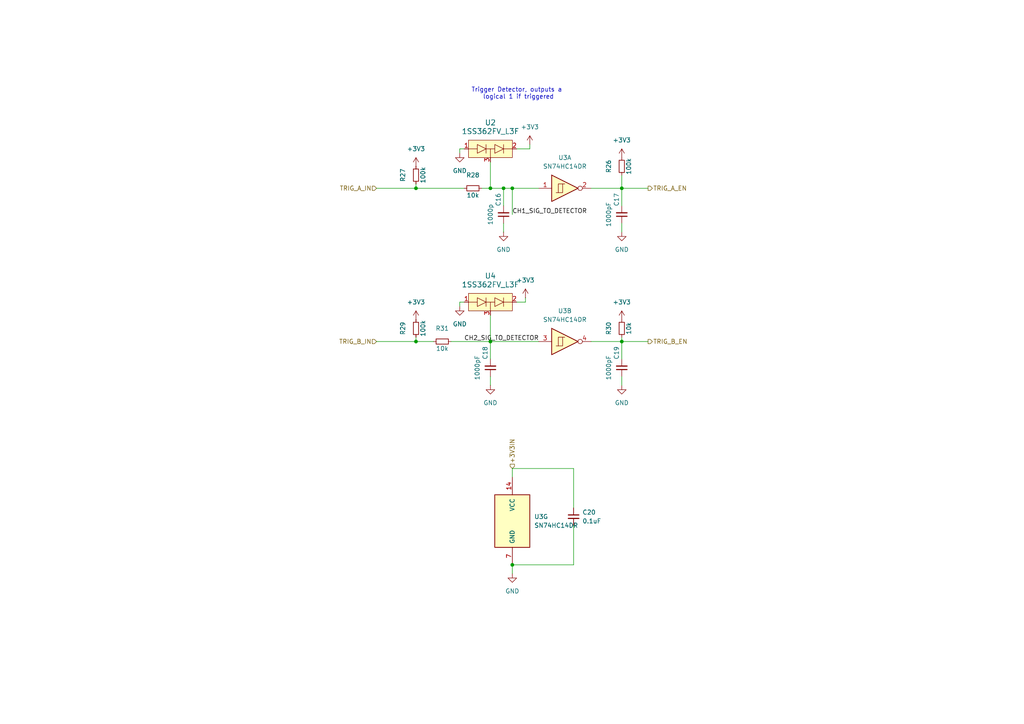
<source format=kicad_sch>
(kicad_sch (version 20250114) (generator "eeschema") (generator_version "9.0")
  (paper "A4")
  (lib_symbols
    (symbol "74xx:74HC14" (pin_names (offset 1.016))
      (property "Reference" "U" (at 0 1.27 0))
      (property "Value" "74HC14" (at 0 -1.27 0))
      (symbol "74HC14_1_0"
        (polyline (pts (xy -3.81 3.81) (xy -3.81 -3.81) (xy 3.81 0) (xy -3.81 3.81)) (stroke (width 0.254)) (fill (type background)))
        (pin input line (at -7.62 0 0) (length 3.81) (name "~") (number "1"))
        (pin output inverted (at 7.62 0 180) (length 3.81) (name "~") (number "2"))
      )
      (symbol "74HC14_1_1"
        (polyline (pts (xy -2.54 -1.27) (xy -0.635 -1.27) (xy -0.635 1.27) (xy 0 1.27)))
        (polyline (pts (xy -1.905 -1.27) (xy -1.905 1.27) (xy -0.635 1.27)))
      )
      (symbol "74HC14_2_0"
        (polyline (pts (xy -3.81 3.81) (xy -3.81 -3.81) (xy 3.81 0) (xy -3.81 3.81)) (stroke (width 0.254)) (fill (type background)))
        (pin input line (at -7.62 0 0) (length 3.81) (name "~") (number "3"))
        (pin output inverted (at 7.62 0 180) (length 3.81) (name "~") (number "4"))
      )
      (symbol "74HC14_2_1"
        (polyline (pts (xy -2.54 -1.27) (xy -0.635 -1.27) (xy -0.635 1.27) (xy 0 1.27)))
        (polyline (pts (xy -1.905 -1.27) (xy -1.905 1.27) (xy -0.635 1.27)))
      )
      (symbol "74HC14_3_0"
        (polyline (pts (xy -3.81 3.81) (xy -3.81 -3.81) (xy 3.81 0) (xy -3.81 3.81)) (stroke (width 0.254)) (fill (type background)))
        (pin input line (at -7.62 0 0) (length 3.81) (name "~") (number "5"))
        (pin output inverted (at 7.62 0 180) (length 3.81) (name "~") (number "6"))
      )
      (symbol "74HC14_3_1"
        (polyline (pts (xy -2.54 -1.27) (xy -0.635 -1.27) (xy -0.635 1.27) (xy 0 1.27)))
        (polyline (pts (xy -1.905 -1.27) (xy -1.905 1.27) (xy -0.635 1.27)))
      )
      (symbol "74HC14_4_0"
        (polyline (pts (xy -3.81 3.81) (xy -3.81 -3.81) (xy 3.81 0) (xy -3.81 3.81)) (stroke (width 0.254)) (fill (type background)))
        (pin input line (at -7.62 0 0) (length 3.81) (name "~") (number "9"))
        (pin output inverted (at 7.62 0 180) (length 3.81) (name "~") (number "8"))
      )
      (symbol "74HC14_4_1"
        (polyline (pts (xy -2.54 -1.27) (xy -0.635 -1.27) (xy -0.635 1.27) (xy 0 1.27)))
        (polyline (pts (xy -1.905 -1.27) (xy -1.905 1.27) (xy -0.635 1.27)))
      )
      (symbol "74HC14_5_0"
        (polyline (pts (xy -3.81 3.81) (xy -3.81 -3.81) (xy 3.81 0) (xy -3.81 3.81)) (stroke (width 0.254)) (fill (type background)))
        (pin input line (at -7.62 0 0) (length 3.81) (name "~") (number "11"))
        (pin output inverted (at 7.62 0 180) (length 3.81) (name "~") (number "10"))
      )
      (symbol "74HC14_5_1"
        (polyline (pts (xy -2.54 -1.27) (xy -0.635 -1.27) (xy -0.635 1.27) (xy 0 1.27)))
        (polyline (pts (xy -1.905 -1.27) (xy -1.905 1.27) (xy -0.635 1.27)))
      )
      (symbol "74HC14_6_0"
        (polyline (pts (xy -3.81 3.81) (xy -3.81 -3.81) (xy 3.81 0) (xy -3.81 3.81)) (stroke (width 0.254)) (fill (type background)))
        (pin input line (at -7.62 0 0) (length 3.81) (name "~") (number "13"))
        (pin output inverted (at 7.62 0 180) (length 3.81) (name "~") (number "12"))
      )
      (symbol "74HC14_6_1"
        (polyline (pts (xy -2.54 -1.27) (xy -0.635 -1.27) (xy -0.635 1.27) (xy 0 1.27)))
        (polyline (pts (xy -1.905 -1.27) (xy -1.905 1.27) (xy -0.635 1.27)))
      )
      (symbol "74HC14_7_0"
        (pin power_in line (at 0 12.7 270) (length 5.08) (name "VCC") (number "14"))
        (pin power_in line (at 0 -12.7 90) (length 5.08) (name "GND") (number "7"))
      )
      (symbol "74HC14_7_1"
        (rectangle (start -5.08 7.62) (end 5.08 -7.62) (stroke (width 0.254)) (fill (type background)))
      )
    )
    (symbol "DIODE_SET_1SS362FV:1SS362FV_L3F" (pin_names (offset 0.254))
      (property "Reference" "U" (at 2.032 4.064 0))
      (property "Value" "1SS362FV_L3F" (at 0 0 0))
      (symbol "1SS362FV_L3F_1_1"
        (rectangle (start -6.35 2.54) (end 6.35 -2.54) (fill (type background)))
        (polyline (pts (xy -3.81 0) (xy -6.35 0)))
        (polyline (pts (xy -1.27 1.27) (xy -1.27 -1.27)))
        (polyline (pts (xy -1.27 0) (xy 1.27 0)))
        (polyline (pts (xy -1.27 0) (xy -3.81 1.27) (xy -3.81 -1.27) (xy -1.27 0)))
        (polyline (pts (xy 0 0) (xy 0 2.54)))
        (polyline (pts (xy 3.81 1.27) (xy 3.81 -1.27)))
        (polyline (pts (xy 3.81 0) (xy 6.35 0)))
        (polyline (pts (xy 3.81 0) (xy 1.27 1.27) (xy 1.27 -1.27) (xy 3.81 0)))
        (pin input line (at -7.62 0 0) (length 1.27) (name "") (number "1"))
        (pin bidirectional line (at 0 3.81 270) (length 1.27) (name "") (number "3"))
        (pin output line (at 7.62 0 180) (length 1.27) (name "") (number "2"))
      )
    )
    (symbol "Device:C_Small" (pin_numbers (hide yes)) (pin_names (offset 0.254) (hide yes))
      (property "Reference" "C" (at 0.254 1.778 0))
      (property "Value" "C_Small" (at 0.254 -2.032 0))
      (symbol "C_Small_0_1"
        (polyline (pts (xy -1.524 0.508) (xy 1.524 0.508)) (stroke (width 0.3048)))
        (polyline (pts (xy -1.524 -0.508) (xy 1.524 -0.508)) (stroke (width 0.3302)))
      )
      (symbol "C_Small_1_1"
        (pin passive line (at 0 2.54 270) (length 2.032) (name "~") (number "1"))
        (pin passive line (at 0 -2.54 90) (length 2.032) (name "~") (number "2"))
      )
    )
    (symbol "Device:R_Small" (pin_numbers (hide yes)) (pin_names (offset 0.254) (hide yes))
      (property "Reference" "R" (at 0.762 0.508 0))
      (property "Value" "R_Small" (at 0.762 -1.016 0))
      (symbol "R_Small_0_1"
        (rectangle (start -0.762 1.778) (end 0.762 -1.778) (stroke (width 0.2032)))
      )
      (symbol "R_Small_1_1"
        (pin passive line (at 0 2.54 270) (length 0.762) (name "~") (number "1"))
        (pin passive line (at 0 -2.54 90) (length 0.762) (name "~") (number "2"))
      )
    )
    (symbol "power:+3V3" (power) (pin_numbers (hide yes)) (pin_names (offset 0) (hide yes))
      (property "Value" "+3V3" (at 0 3.556 0))
      (symbol "+3V3_0_1"
        (polyline (pts (xy -0.762 1.27) (xy 0 2.54)))
        (polyline (pts (xy 0 2.54) (xy 0.762 1.27)))
        (polyline (pts (xy 0 0) (xy 0 2.54)))
      )
      (symbol "+3V3_1_1"
        (pin power_in line (at 0 0 90) (length 0) (name "~") (number "1"))
      )
    )
    (symbol "power:GND" (power) (pin_numbers (hide yes)) (pin_names (offset 0) (hide yes))
      (property "Value" "GND" (at 0 -3.81 0))
      (symbol "GND_0_1"
        (polyline (pts (xy 0 0) (xy 0 -1.27) (xy 1.27 -1.27) (xy 0 -2.54) (xy -1.27 -1.27) (xy 0 -1.27)))
      )
      (symbol "GND_1_1"
        (pin power_in line (at 0 0 270) (length 0) (name "~") (number "1"))
      )
    )
  )
  (text "Trigger Detector, outputs a \nlogical 1 if triggered" (at 150.368 27.178 0) (effects (font (size 1.27 1.27))))
  (junction (at 142.24 99.06))
  (junction (at 148.59 163.83))
  (junction (at 148.59 54.61))
  (junction (at 142.24 54.61))
  (junction (at 120.65 54.61))
  (junction (at 146.05 54.61))
  (junction (at 180.34 99.06))
  (junction (at 180.34 54.61))
  (junction (at 120.65 99.06))
  (wire (pts (xy 166.37 163.83) (xy 166.37 152.4)))
  (wire (pts (xy 149.86 87.63) (xy 152.4 87.63)))
  (wire (pts (xy 146.05 54.61) (xy 142.24 54.61)))
  (wire (pts (xy 148.59 135.89) (xy 166.37 135.89)))
  (wire (pts (xy 148.59 135.89) (xy 148.59 138.43)))
  (wire (pts (xy 120.65 99.06) (xy 125.73 99.06)))
  (wire (pts (xy 180.34 99.06) (xy 180.34 104.14)))
  (wire (pts (xy 120.65 53.34) (xy 120.65 54.61)))
  (wire (pts (xy 180.34 111.76) (xy 180.34 109.22)))
  (wire (pts (xy 120.65 97.79) (xy 120.65 99.06)))
  (wire (pts (xy 142.24 46.99) (xy 142.24 54.61)))
  (wire (pts (xy 180.34 50.8) (xy 180.34 54.61)))
  (wire (pts (xy 146.05 54.61) (xy 148.59 54.61)))
  (wire (pts (xy 166.37 135.89) (xy 166.37 147.32)))
  (wire (pts (xy 180.34 67.31) (xy 180.34 64.77)))
  (wire (pts (xy 120.65 54.61) (xy 134.62 54.61)))
  (wire (pts (xy 171.45 54.61) (xy 180.34 54.61)))
  (wire (pts (xy 109.22 99.06) (xy 120.65 99.06)))
  (wire (pts (xy 142.24 109.22) (xy 142.24 111.76)))
  (wire (pts (xy 148.59 54.61) (xy 156.21 54.61)))
  (wire (pts (xy 152.4 87.63) (xy 152.4 86.36)))
  (wire (pts (xy 153.67 43.18) (xy 153.67 41.91)))
  (wire (pts (xy 148.59 163.83) (xy 166.37 163.83)))
  (wire (pts (xy 180.34 54.61) (xy 180.34 59.69)))
  (wire (pts (xy 133.35 43.18) (xy 133.35 44.45)))
  (wire (pts (xy 148.59 62.23) (xy 148.59 54.61)))
  (wire (pts (xy 139.7 54.61) (xy 142.24 54.61)))
  (wire (pts (xy 142.24 99.06) (xy 156.21 99.06)))
  (wire (pts (xy 146.05 54.61) (xy 146.05 59.69)))
  (wire (pts (xy 149.86 43.18) (xy 153.67 43.18)))
  (wire (pts (xy 180.34 54.61) (xy 187.96 54.61)))
  (wire (pts (xy 142.24 99.06) (xy 142.24 104.14)))
  (wire (pts (xy 130.81 99.06) (xy 142.24 99.06)))
  (wire (pts (xy 180.34 99.06) (xy 187.96 99.06)))
  (wire (pts (xy 180.34 97.79) (xy 180.34 99.06)))
  (wire (pts (xy 133.35 87.63) (xy 133.35 88.9)))
  (wire (pts (xy 148.59 166.37) (xy 148.59 163.83)))
  (wire (pts (xy 171.45 99.06) (xy 180.34 99.06)))
  (wire (pts (xy 134.62 43.18) (xy 133.35 43.18)))
  (wire (pts (xy 142.24 91.44) (xy 142.24 99.06)))
  (wire (pts (xy 109.22 54.61) (xy 120.65 54.61)))
  (wire (pts (xy 134.62 87.63) (xy 133.35 87.63)))
  (wire (pts (xy 146.05 64.77) (xy 146.05 67.31)))
  (label "CH1_SIG_TO_DETECTOR" (at 148.59 62.23 0))
  (label "CH2_SIG_TO_DETECTOR" (at 134.62 99.06 0))
  (hierarchical_label "TRIG_A_IN" (shape input) (at 109.22 54.61 180))
  (hierarchical_label "+3V3IN" (shape input) (at 148.59 135.89 90))
  (hierarchical_label "TRIG_A_EN" (shape output) (at 187.96 54.61 0))
  (hierarchical_label "TRIG_B_IN" (shape input) (at 109.22 99.06 180))
  (hierarchical_label "TRIG_B_EN" (shape output) (at 187.96 99.06 0))
  (symbol (lib_id "power:GND") (at 148.59 166.37 0) (unit 1) (exclude_from_sim yes)
    (property "Reference" "#PWR047" (effects (hide yes)))
    (property "Value" "GND" (at 148.59 171.45 0))
    (property "Description" "Power symbol creates a global label with name \"GND\" , ground" (effects (hide yes)))
  )
  (symbol (lib_id "power:GND") (at 133.35 44.45 0) (unit 1) (exclude_from_sim yes)
    (property "Reference" "#PWR036" (effects (hide yes)))
    (property "Value" "GND" (at 133.35 49.53 0))
    (property "Description" "Power symbol creates a global label with name \"GND\" , ground" (effects (hide yes)))
  )
  (symbol (lib_id "Device:C_Small") (at 166.37 149.86 0) (unit 1) (exclude_from_sim yes)
    (property "Reference" "C20" (at 168.91 148.5962 0) (effects (justify left)))
    (property "Value" "0.1uF" (at 168.91 151.1362 0) (effects (justify left)))
    (property "Footprint" "Capacitor_SMD:C_0402_1005Metric" (effects (hide yes)))
    (property "Description" "Unpolarized capacitor, small symbol" (effects (hide yes)))
    (property "Board" "Trigger Board" (effects (hide yes)))
  )
  (symbol (lib_id "power:GND") (at 146.05 67.31 0) (unit 1) (exclude_from_sim yes)
    (property "Reference" "#PWR039" (effects (hide yes)))
    (property "Value" "GND" (at 146.05 72.39 0))
    (property "Description" "Power symbol creates a global label with name \"GND\" , ground" (effects (hide yes)))
  )
  (symbol (lib_id "Device:C_Small") (at 180.34 62.23 180) (unit 1) (exclude_from_sim yes)
    (property "Reference" "C17" (at 178.816 57.912 90))
    (property "Value" "1000pF" (at 176.53 62.2237 90))
    (property "Footprint" "Capacitor_SMD:C_0402_1005Metric" (effects (hide yes)))
    (property "Description" "Unpolarized capacitor, small symbol" (effects (hide yes)))
    (property "Board" "Trigger Board" (effects (hide yes)))
  )
  (symbol (lib_id "power:GND") (at 142.24 111.76 0) (unit 1) (exclude_from_sim yes)
    (property "Reference" "#PWR045" (effects (hide yes)))
    (property "Value" "GND" (at 142.24 116.84 0))
    (property "Description" "Power symbol creates a global label with name \"GND\" , ground" (effects (hide yes)))
  )
  (symbol (lib_id "Device:R_Small") (at 137.16 54.61 90) (unit 1) (exclude_from_sim yes)
    (property "Reference" "R28" (at 137.16 50.8 90))
    (property "Value" "10k" (at 137.16 56.642 90))
    (property "Footprint" "Resistor_SMD:R_0402_1005Metric" (effects (hide yes)))
    (property "Description" "Resistor, small symbol" (effects (hide yes)))
    (property "Sim.Device" "R" (effects (hide yes)))
    (property "Sim.Pins" "1=+ 2=-" (effects (hide yes)))
    (property "Board" "Trigger Board" (effects (hide yes)))
  )
  (symbol (lib_id "Device:R_Small") (at 180.34 95.25 180) (unit 1) (exclude_from_sim yes)
    (property "Reference" "R30" (at 176.53 95.25 90))
    (property "Value" "10k" (at 182.372 95.25 90))
    (property "Footprint" "Resistor_SMD:R_0402_1005Metric" (effects (hide yes)))
    (property "Description" "Resistor, small symbol" (effects (hide yes)))
    (property "Sim.Device" "R" (effects (hide yes)))
    (property "Sim.Pins" "1=+ 2=-" (effects (hide yes)))
    (property "Board" "Trigger Board" (effects (hide yes)))
  )
  (symbol (lib_id "power:+3V3") (at 120.65 92.71 0) (unit 1) (exclude_from_sim yes)
    (property "Reference" "#PWR043" (effects (hide yes)))
    (property "Value" "+3V3" (at 120.65 87.63 0))
    (property "Description" "Power symbol creates a global label with name \"+3V3\"" (effects (hide yes)))
  )
  (symbol (lib_id "74xx:74HC14") (at 163.83 99.06 0) (unit 2) (exclude_from_sim yes)
    (property "Reference" "U3" (at 163.83 90.17 0))
    (property "Value" "SN74HC14DR" (at 163.83 92.71 0))
    (property "Footprint" "mod:HEX_SCHMITT_SN74HC14DR" (effects (hide yes)))
    (property "Datasheet" "http://www.ti.com/lit/gpn/sn74HC14" (effects (hide yes)))
    (property "Description" "Hex inverter schmitt trigger" (effects (hide yes)))
    (property "Sim.Library" "SPICE_Models\\HEX_SN74HC14.cir" (effects (hide yes)))
    (property "Sim.Name" "HEX_SN74HC14" (effects (hide yes)))
    (property "Sim.Device" "SUBCKT" (effects (hide yes)))
    (property "Sim.Pins" "1=1A 2=1Y 3=2A 4=2Y 5=3A 6=3Y 7=GND 8=4Y 9=4A 10=5Y 11=5A 12=6Y 13=6A 14=VCC" (effects (hide yes)))
    (property "Board" "Trigger Board" (effects (hide yes)))
    (property "MANUFACTURER" "Texas Instruments" (effects (hide yes)))
  )
  (symbol (lib_id "DIODE_SET_1SS362FV:1SS362FV_L3F") (at 142.24 43.18 0) (mirror x) (unit 1) (exclude_from_sim yes)
    (property "Reference" "U2" (at 142.24 35.56 0) (effects (font (size 1.524 1.524))))
    (property "Value" "1SS362FV_L3F" (at 142.24 38.1 0) (effects (font (size 1.524 1.524))))
    (property "Footprint" "mod:DIODE_1SS362FV" (effects (hide yes)))
    (property "Datasheet" "1SS362FV_L3F" (effects (hide yes)))
    (property "Sim.Library" "SPICE_Models\\1SS362FV.lib" (effects (hide yes)))
    (property "Sim.Name" "1SS362FV" (effects (hide yes)))
    (property "Sim.Device" "SUBCKT" (effects (hide yes)))
    (property "Sim.Pins" "1=1 2=2 3=3" (effects (hide yes)))
    (property "Board" "Trigger Board" (effects (hide yes)))
    (property "MANUFACTURER" "Toshiba Semiconductor" (effects (hide yes)))
  )
  (symbol (lib_id "power:+3V3") (at 180.34 45.72 0) (unit 1) (exclude_from_sim yes)
    (property "Reference" "#PWR037" (effects (hide yes)))
    (property "Value" "+3V3" (at 180.34 40.64 0))
    (property "Description" "Power symbol creates a global label with name \"+3V3\"" (effects (hide yes)))
  )
  (symbol (lib_id "DIODE_SET_1SS362FV:1SS362FV_L3F") (at 142.24 87.63 0) (mirror x) (unit 1) (exclude_from_sim yes)
    (property "Reference" "U4" (at 142.24 80.01 0) (effects (font (size 1.524 1.524))))
    (property "Value" "1SS362FV_L3F" (at 142.24 82.55 0) (effects (font (size 1.524 1.524))))
    (property "Footprint" "mod:DIODE_1SS362FV" (effects (hide yes)))
    (property "Datasheet" "1SS362FV_L3F" (effects (hide yes)))
    (property "Sim.Library" "SPICE_Models\\1SS362FV.lib" (effects (hide yes)))
    (property "Sim.Name" "1SS362FV" (effects (hide yes)))
    (property "Sim.Device" "SUBCKT" (effects (hide yes)))
    (property "Sim.Pins" "1=1 2=2 3=3" (effects (hide yes)))
    (property "Board" "Trigger Board" (effects (hide yes)))
    (property "MANUFACTURER" "Toshiba Semiconductor" (effects (hide yes)))
  )
  (symbol (lib_id "Device:C_Small") (at 142.24 106.68 180) (unit 1) (exclude_from_sim yes)
    (property "Reference" "C18" (at 140.716 102.362 90))
    (property "Value" "1000pF" (at 138.43 106.6737 90))
    (property "Footprint" "Capacitor_SMD:C_0402_1005Metric" (effects (hide yes)))
    (property "Description" "Unpolarized capacitor, small symbol" (effects (hide yes)))
    (property "Board" "Trigger Board" (effects (hide yes)))
  )
  (symbol (lib_id "power:+3V3") (at 120.65 48.26 0) (unit 1) (exclude_from_sim yes)
    (property "Reference" "#PWR038" (effects (hide yes)))
    (property "Value" "+3V3" (at 120.65 43.18 0))
    (property "Description" "Power symbol creates a global label with name \"+3V3\"" (effects (hide yes)))
  )
  (symbol (lib_id "Device:R_Small") (at 180.34 48.26 180) (unit 1) (exclude_from_sim yes)
    (property "Reference" "R26" (at 176.53 48.26 90))
    (property "Value" "100k" (at 182.372 48.26 90))
    (property "Footprint" "Resistor_SMD:R_0402_1005Metric" (effects (hide yes)))
    (property "Description" "Resistor, small symbol" (effects (hide yes)))
    (property "Board" "Trigger Board" (effects (hide yes)))
  )
  (symbol (lib_id "power:GND") (at 180.34 111.76 0) (unit 1) (exclude_from_sim yes)
    (property "Reference" "#PWR046" (effects (hide yes)))
    (property "Value" "GND" (at 180.34 116.84 0))
    (property "Description" "Power symbol creates a global label with name \"GND\" , ground" (effects (hide yes)))
  )
  (symbol (lib_id "power:+3V3") (at 152.4 86.36 0) (unit 1) (exclude_from_sim yes)
    (property "Reference" "#PWR041" (effects (hide yes)))
    (property "Value" "+3V3" (at 152.4 81.28 0))
    (property "Description" "Power symbol creates a global label with name \"+3V3\"" (effects (hide yes)))
  )
  (symbol (lib_id "power:GND") (at 133.35 88.9 0) (unit 1) (exclude_from_sim yes)
    (property "Reference" "#PWR042" (effects (hide yes)))
    (property "Value" "GND" (at 133.35 93.98 0))
    (property "Description" "Power symbol creates a global label with name \"GND\" , ground" (effects (hide yes)))
  )
  (symbol (lib_id "Device:R_Small") (at 128.27 99.06 90) (unit 1) (exclude_from_sim yes)
    (property "Reference" "R31" (at 128.27 95.25 90))
    (property "Value" "10k" (at 128.27 101.092 90))
    (property "Footprint" "Resistor_SMD:R_0402_1005Metric" (effects (hide yes)))
    (property "Description" "Resistor, small symbol" (effects (hide yes)))
    (property "Sim.Device" "R" (effects (hide yes)))
    (property "Sim.Pins" "1=+ 2=-" (effects (hide yes)))
    (property "Board" "Trigger Board" (effects (hide yes)))
  )
  (symbol (lib_id "power:+3V3") (at 180.34 92.71 0) (unit 1) (exclude_from_sim yes)
    (property "Reference" "#PWR044" (effects (hide yes)))
    (property "Value" "+3V3" (at 180.34 87.63 0))
    (property "Description" "Power symbol creates a global label with name \"+3V3\"" (effects (hide yes)))
  )
  (symbol (lib_id "74xx:74HC14") (at 148.59 151.13 0) (unit 7) (exclude_from_sim yes)
    (property "Reference" "U3" (at 154.94 149.8599 0) (effects (justify left)))
    (property "Value" "SN74HC14DR" (at 154.94 152.3999 0) (effects (justify left)))
    (property "Footprint" "mod:HEX_SCHMITT_SN74HC14DR" (effects (hide yes)))
    (property "Datasheet" "http://www.ti.com/lit/gpn/sn74HC14" (effects (hide yes)))
    (property "Description" "Hex inverter schmitt trigger" (effects (hide yes)))
    (property "Sim.Library" "SPICE_Models\\HEX_SN74HC14.cir" (effects (hide yes)))
    (property "Sim.Name" "HEX_SN74HC14" (effects (hide yes)))
    (property "Sim.Device" "SUBCKT" (effects (hide yes)))
    (property "Sim.Pins" "1=1A 2=1Y 3=2A 4=2Y 5=3A 6=3Y 7=GND 8=4Y 9=4A 10=5Y 11=5A 12=6Y 13=6A 14=VCC" (effects (hide yes)))
    (property "Board" "Trigger Board" (effects (hide yes)))
    (property "MANUFACTURER" "Texas Instruments" (effects (hide yes)))
  )
  (symbol (lib_id "74xx:74HC14") (at 163.83 54.61 0) (unit 1) (exclude_from_sim yes)
    (property "Reference" "U3" (at 163.83 45.72 0))
    (property "Value" "SN74HC14DR" (at 163.83 48.26 0))
    (property "Footprint" "mod:HEX_SCHMITT_SN74HC14DR" (effects (hide yes)))
    (property "Datasheet" "http://www.ti.com/lit/gpn/sn74HC14" (effects (hide yes)))
    (property "Description" "Hex inverter schmitt trigger" (effects (hide yes)))
    (property "Sim.Library" "SPICE_Models\\HEX_SN74HC14.cir" (effects (hide yes)))
    (property "Sim.Name" "HEX_SN74HC14" (effects (hide yes)))
    (property "Sim.Device" "SUBCKT" (effects (hide yes)))
    (property "Sim.Pins" "1=1A 2=1Y 3=2A 4=2Y 5=3A 6=3Y 7=GND 8=4Y 9=4A 10=5Y 11=5A 12=6Y 13=6A 14=VCC" (effects (hide yes)))
    (property "Board" "Trigger Board" (effects (hide yes)))
    (property "MANUFACTURER" "Texas Instruments" (effects (hide yes)))
  )
  (symbol (lib_id "Device:C_Small") (at 180.34 106.68 180) (unit 1) (exclude_from_sim yes)
    (property "Reference" "C19" (at 178.816 102.362 90))
    (property "Value" "1000pF" (at 176.53 106.6737 90))
    (property "Footprint" "Capacitor_SMD:C_0402_1005Metric" (effects (hide yes)))
    (property "Description" "Unpolarized capacitor, small symbol" (effects (hide yes)))
    (property "Board" "Trigger Board" (effects (hide yes)))
  )
  (symbol (lib_id "power:GND") (at 180.34 67.31 0) (unit 1) (exclude_from_sim yes)
    (property "Reference" "#PWR040" (effects (hide yes)))
    (property "Value" "GND" (at 180.34 72.39 0))
    (property "Description" "Power symbol creates a global label with name \"GND\" , ground" (effects (hide yes)))
  )
  (symbol (lib_id "power:+3V3") (at 153.67 41.91 0) (unit 1) (exclude_from_sim yes)
    (property "Reference" "#PWR035" (effects (hide yes)))
    (property "Value" "+3V3" (at 153.67 36.83 0))
    (property "Description" "Power symbol creates a global label with name \"+3V3\"" (effects (hide yes)))
  )
  (symbol (lib_id "Device:R_Small") (at 120.65 50.8 180) (unit 1) (exclude_from_sim yes)
    (property "Reference" "R27" (at 116.84 50.8 90))
    (property "Value" "100k" (at 122.682 50.8 90))
    (property "Footprint" "Resistor_SMD:R_0402_1005Metric" (effects (hide yes)))
    (property "Description" "Resistor, small symbol" (effects (hide yes)))
    (property "Board" "Trigger Board" (effects (hide yes)))
  )
  (symbol (lib_id "Device:R_Small") (at 120.65 95.25 180) (unit 1) (exclude_from_sim yes)
    (property "Reference" "R29" (at 116.84 95.25 90))
    (property "Value" "100k" (at 122.682 95.25 90))
    (property "Footprint" "Resistor_SMD:R_0402_1005Metric" (effects (hide yes)))
    (property "Description" "Resistor, small symbol" (effects (hide yes)))
    (property "Board" "Trigger Board" (effects (hide yes)))
  )
  (symbol (lib_id "Device:C_Small") (at 146.05 62.23 180) (unit 1) (exclude_from_sim yes)
    (property "Reference" "C16" (at 144.526 57.912 90))
    (property "Value" "1000p" (at 142.24 62.2237 90))
    (property "Footprint" "Capacitor_SMD:C_0402_1005Metric" (effects (hide yes)))
    (property "Description" "Unpolarized capacitor, small symbol" (effects (hide yes)))
    (property "Board" "Trigger Board" (effects (hide yes)))
  )
)
</source>
